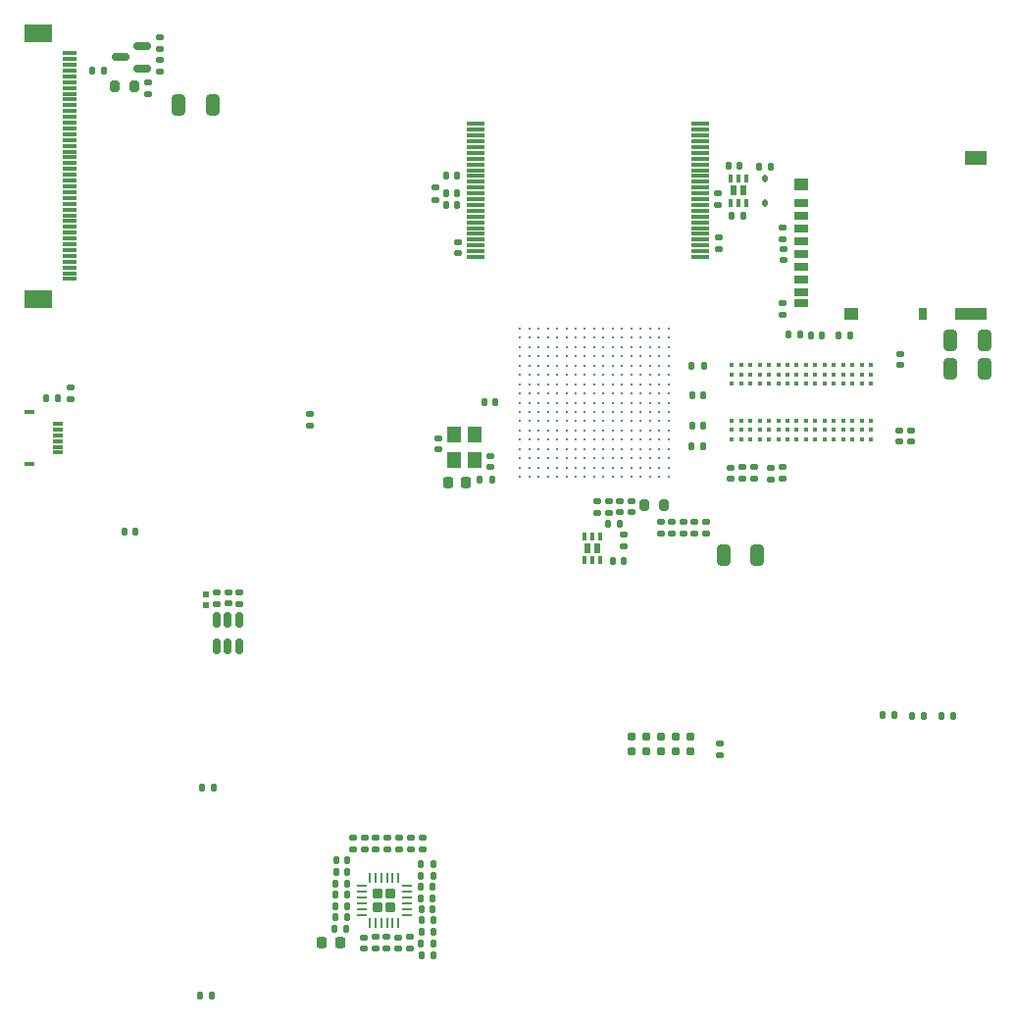
<source format=gbr>
%TF.GenerationSoftware,KiCad,Pcbnew,8.0.1*%
%TF.CreationDate,2025-05-27T09:35:13-07:00*%
%TF.ProjectId,mb,6d622e6b-6963-4616-945f-706362585858,A*%
%TF.SameCoordinates,Original*%
%TF.FileFunction,Paste,Top*%
%TF.FilePolarity,Positive*%
%FSLAX46Y46*%
G04 Gerber Fmt 4.6, Leading zero omitted, Abs format (unit mm)*
G04 Created by KiCad (PCBNEW 8.0.1) date 2025-05-27 09:35:13*
%MOMM*%
%LPD*%
G01*
G04 APERTURE LIST*
G04 Aperture macros list*
%AMRoundRect*
0 Rectangle with rounded corners*
0 $1 Rounding radius*
0 $2 $3 $4 $5 $6 $7 $8 $9 X,Y pos of 4 corners*
0 Add a 4 corners polygon primitive as box body*
4,1,4,$2,$3,$4,$5,$6,$7,$8,$9,$2,$3,0*
0 Add four circle primitives for the rounded corners*
1,1,$1+$1,$2,$3*
1,1,$1+$1,$4,$5*
1,1,$1+$1,$6,$7*
1,1,$1+$1,$8,$9*
0 Add four rect primitives between the rounded corners*
20,1,$1+$1,$2,$3,$4,$5,0*
20,1,$1+$1,$4,$5,$6,$7,0*
20,1,$1+$1,$6,$7,$8,$9,0*
20,1,$1+$1,$8,$9,$2,$3,0*%
%AMFreePoly0*
4,1,25,0.266375,0.443630,0.297109,0.420047,0.420047,0.297109,0.458455,0.230584,0.463512,0.192176,0.463512,-0.192176,0.443630,-0.266375,0.420047,-0.297109,0.297109,-0.420047,0.230584,-0.458455,0.192176,-0.463512,-0.192176,-0.463512,-0.266375,-0.443630,-0.297109,-0.420047,-0.420047,-0.297109,-0.458455,-0.230584,-0.463512,-0.192176,-0.463512,0.192176,-0.443630,0.266375,-0.420047,0.297109,
-0.297109,0.420047,-0.230584,0.458455,-0.192176,0.463512,0.192176,0.463512,0.266375,0.443630,0.266375,0.443630,$1*%
G04 Aperture macros list end*
%ADD10RoundRect,0.140000X-0.140000X-0.170000X0.140000X-0.170000X0.140000X0.170000X-0.140000X0.170000X0*%
%ADD11RoundRect,0.140000X-0.170000X0.140000X-0.170000X-0.140000X0.170000X-0.140000X0.170000X0.140000X0*%
%ADD12RoundRect,0.135000X-0.185000X0.135000X-0.185000X-0.135000X0.185000X-0.135000X0.185000X0.135000X0*%
%ADD13RoundRect,0.250000X-0.325000X-0.650000X0.325000X-0.650000X0.325000X0.650000X-0.325000X0.650000X0*%
%ADD14RoundRect,0.135000X-0.135000X-0.185000X0.135000X-0.185000X0.135000X0.185000X-0.135000X0.185000X0*%
%ADD15RoundRect,0.135000X0.135000X0.185000X-0.135000X0.185000X-0.135000X-0.185000X0.135000X-0.185000X0*%
%ADD16RoundRect,0.135000X0.185000X-0.135000X0.185000X0.135000X-0.185000X0.135000X-0.185000X-0.135000X0*%
%ADD17RoundRect,0.075000X0.712500X0.075000X-0.712500X0.075000X-0.712500X-0.075000X0.712500X-0.075000X0*%
%ADD18R,0.630000X0.820000*%
%ADD19R,0.350000X0.650000*%
%ADD20R,1.200000X1.400000*%
%ADD21RoundRect,0.200000X-0.200000X-0.275000X0.200000X-0.275000X0.200000X0.275000X-0.200000X0.275000X0*%
%ADD22RoundRect,0.150000X0.150000X-0.512500X0.150000X0.512500X-0.150000X0.512500X-0.150000X-0.512500X0*%
%ADD23RoundRect,0.140000X0.170000X-0.140000X0.170000X0.140000X-0.170000X0.140000X-0.170000X-0.140000X0*%
%ADD24RoundRect,0.140000X0.140000X0.170000X-0.140000X0.170000X-0.140000X-0.170000X0.140000X-0.170000X0*%
%ADD25RoundRect,0.150000X0.587500X0.150000X-0.587500X0.150000X-0.587500X-0.150000X0.587500X-0.150000X0*%
%ADD26RoundRect,0.218750X0.218750X0.256250X-0.218750X0.256250X-0.218750X-0.256250X0.218750X-0.256250X0*%
%ADD27R,1.200000X0.700000*%
%ADD28R,0.800000X1.000000*%
%ADD29R,1.200000X1.000000*%
%ADD30R,2.800000X1.000000*%
%ADD31R,1.900000X1.300000*%
%ADD32FreePoly0,90.000000*%
%ADD33RoundRect,0.062500X0.062500X-0.375000X0.062500X0.375000X-0.062500X0.375000X-0.062500X-0.375000X0*%
%ADD34RoundRect,0.062500X0.375000X-0.062500X0.375000X0.062500X-0.375000X0.062500X-0.375000X-0.062500X0*%
%ADD35R,0.500000X0.550000*%
%ADD36C,0.787400*%
%ADD37RoundRect,0.218750X-0.218750X-0.256250X0.218750X-0.256250X0.218750X0.256250X-0.218750X0.256250X0*%
%ADD38C,0.400000*%
%ADD39RoundRect,0.250000X0.325000X0.650000X-0.325000X0.650000X-0.325000X-0.650000X0.325000X-0.650000X0*%
%ADD40R,0.838200X0.355600*%
%ADD41R,0.838200X0.406400*%
%ADD42C,0.320002*%
%ADD43RoundRect,0.112500X0.112500X-0.187500X0.112500X0.187500X-0.112500X0.187500X-0.112500X-0.187500X0*%
%ADD44R,1.200000X0.300000*%
%ADD45R,2.400000X1.600000*%
G04 APERTURE END LIST*
D10*
%TO.C,C324*%
X94922000Y-49602800D03*
X95882000Y-49602800D03*
%TD*%
D11*
%TO.C,C303*%
X109701254Y-72476883D03*
X109701254Y-73436883D03*
%TD*%
D12*
%TO.C,R202*%
X85876600Y-81456600D03*
X85876600Y-82476600D03*
%TD*%
D13*
%TO.C,C202*%
X94470400Y-83261200D03*
X97420400Y-83261200D03*
%TD*%
D14*
%TO.C,R413*%
X68403700Y-114781600D03*
X69423700Y-114781600D03*
%TD*%
D10*
%TO.C,C317*%
X91805800Y-72069200D03*
X92765800Y-72069200D03*
%TD*%
D15*
%TO.C,R410*%
X74485350Y-76742800D03*
X73465350Y-76742800D03*
%TD*%
D12*
%TO.C,R408*%
X83575600Y-78569600D03*
X83575600Y-79589600D03*
%TD*%
D16*
%TO.C,R301*%
X96097800Y-76683868D03*
X96097800Y-75663868D03*
%TD*%
D17*
%TO.C,U302*%
X92446900Y-57520800D03*
X92446900Y-57020800D03*
X92446900Y-56520800D03*
X92446900Y-56020800D03*
X92446900Y-55520800D03*
X92446900Y-55020800D03*
X92446900Y-54520800D03*
X92446900Y-54020800D03*
X92446900Y-53520800D03*
X92446900Y-53020800D03*
X92446900Y-52520800D03*
X92446900Y-52020800D03*
X92446900Y-51520800D03*
X92446900Y-51020800D03*
X92446900Y-50520800D03*
X92446900Y-50020800D03*
X92446900Y-49520800D03*
X92446900Y-49020800D03*
X92446900Y-48520800D03*
X92446900Y-48020800D03*
X92446900Y-47520800D03*
X92446900Y-47020800D03*
X92446900Y-46520800D03*
X92446900Y-46020800D03*
X73071900Y-46020800D03*
X73071900Y-46520800D03*
X73071900Y-47020800D03*
X73071900Y-47520800D03*
X73071900Y-48020800D03*
X73071900Y-48520800D03*
X73071900Y-49020800D03*
X73071900Y-49520800D03*
X73071900Y-50020800D03*
X73071900Y-50520800D03*
X73071900Y-51020800D03*
X73071900Y-51520800D03*
X73071900Y-52020800D03*
X73071900Y-52520800D03*
X73071900Y-53020800D03*
X73071900Y-53520800D03*
X73071900Y-54020800D03*
X73071900Y-54520800D03*
X73071900Y-55020800D03*
X73071900Y-55520800D03*
X73071900Y-56020800D03*
X73071900Y-56520800D03*
X73071900Y-57020800D03*
X73071900Y-57520800D03*
%TD*%
D15*
%TO.C,R419*%
X69404300Y-109955600D03*
X68384300Y-109955600D03*
%TD*%
D11*
%TO.C,C409*%
X66405100Y-116232000D03*
X66405100Y-117192000D03*
%TD*%
%TO.C,C316*%
X95116000Y-75673868D03*
X95116000Y-76633868D03*
%TD*%
D15*
%TO.C,R205*%
X114321600Y-97106700D03*
X113301600Y-97106700D03*
%TD*%
D12*
%TO.C,R430*%
X64423900Y-116202000D03*
X64423900Y-117222000D03*
%TD*%
D15*
%TO.C,R423*%
X69423700Y-115785200D03*
X68403700Y-115785200D03*
%TD*%
D16*
%TO.C,R402*%
X45859622Y-41501800D03*
X45859622Y-40481800D03*
%TD*%
D12*
%TO.C,R411*%
X52714600Y-86441600D03*
X52714600Y-87461600D03*
%TD*%
D14*
%TO.C,R311*%
X91750400Y-73821800D03*
X92770400Y-73821800D03*
%TD*%
D16*
%TO.C,R436*%
X63500000Y-108635800D03*
X63500000Y-107615800D03*
%TD*%
D18*
%TO.C,U201*%
X83569200Y-82660200D03*
X82769200Y-82660200D03*
D19*
X83819200Y-81610200D03*
X83169200Y-81610200D03*
X82519200Y-81610200D03*
X82519200Y-83710200D03*
X83169200Y-83710200D03*
X83819200Y-83710200D03*
%TD*%
D11*
%TO.C,C212*%
X85556800Y-78599600D03*
X85556800Y-79559600D03*
%TD*%
D20*
%TO.C,Y201*%
X72959350Y-75031200D03*
X72959350Y-72831200D03*
X71259350Y-72831200D03*
X71259350Y-75031200D03*
%TD*%
D21*
%TO.C,R409*%
X87678200Y-78927200D03*
X89328200Y-78927200D03*
%TD*%
%TO.C,R401*%
X41965100Y-42797100D03*
X43615100Y-42797100D03*
%TD*%
D22*
%TO.C,U401*%
X50748600Y-91092400D03*
X51698600Y-91092400D03*
X52648600Y-91092400D03*
X52648600Y-88817400D03*
X51698600Y-88817400D03*
X50748600Y-88817400D03*
%TD*%
D15*
%TO.C,R204*%
X111756200Y-97106700D03*
X110736200Y-97106700D03*
%TD*%
D12*
%TO.C,R308*%
X99577600Y-75648600D03*
X99577600Y-76668600D03*
%TD*%
D11*
%TO.C,C323*%
X93968000Y-52030000D03*
X93968000Y-52990000D03*
%TD*%
D12*
%TO.C,R309*%
X98561600Y-75674000D03*
X98561600Y-76694000D03*
%TD*%
%TO.C,R406*%
X38135000Y-68744784D03*
X38135000Y-69764784D03*
%TD*%
D23*
%TO.C,C204*%
X89051600Y-81365600D03*
X89051600Y-80405600D03*
%TD*%
D12*
%TO.C,R306*%
X92988600Y-80350200D03*
X92988600Y-81370200D03*
%TD*%
D24*
%TO.C,C408*%
X62008300Y-110565200D03*
X61048300Y-110565200D03*
%TD*%
D11*
%TO.C,C401*%
X44796700Y-42469500D03*
X44796700Y-43429500D03*
%TD*%
D16*
%TO.C,R313*%
X99556800Y-62477800D03*
X99556800Y-61457800D03*
%TD*%
D25*
%TO.C,Q401*%
X44279500Y-41218400D03*
X44279500Y-39318400D03*
X42404500Y-40268400D03*
%TD*%
D16*
%TO.C,R435*%
X64490600Y-108635800D03*
X64490600Y-107615800D03*
%TD*%
D24*
%TO.C,C405*%
X61985500Y-109600000D03*
X61025500Y-109600000D03*
%TD*%
D11*
%TO.C,C213*%
X74356350Y-74660000D03*
X74356350Y-75620000D03*
%TD*%
D14*
%TO.C,R428*%
X61005100Y-114492000D03*
X62025100Y-114492000D03*
%TD*%
%TO.C,R433*%
X68398200Y-117754400D03*
X69418200Y-117754400D03*
%TD*%
D26*
%TO.C,D402*%
X72273650Y-77022200D03*
X70698650Y-77022200D03*
%TD*%
D16*
%TO.C,R315*%
X69584000Y-52560200D03*
X69584000Y-51540200D03*
%TD*%
D10*
%TO.C,C412*%
X42748200Y-81178400D03*
X43708200Y-81178400D03*
%TD*%
D14*
%TO.C,R426*%
X61005100Y-111596400D03*
X62025100Y-111596400D03*
%TD*%
D12*
%TO.C,R407*%
X84566200Y-78569600D03*
X84566200Y-79589600D03*
%TD*%
D14*
%TO.C,R412*%
X68384400Y-116762800D03*
X69404400Y-116762800D03*
%TD*%
D10*
%TO.C,C411*%
X49480000Y-103326200D03*
X50440000Y-103326200D03*
%TD*%
D23*
%TO.C,C207*%
X90016800Y-81365600D03*
X90016800Y-80405600D03*
%TD*%
D27*
%TO.C,J301*%
X101203200Y-52820000D03*
X101203200Y-53920000D03*
X101203200Y-55020000D03*
X101203200Y-56120000D03*
X101203200Y-57220000D03*
X101203200Y-58320000D03*
X101203200Y-59420000D03*
X101203200Y-60520000D03*
X101203200Y-61470000D03*
D28*
X111703200Y-62420000D03*
D29*
X105503200Y-62420000D03*
D30*
X115853200Y-62420000D03*
D29*
X101203200Y-51270000D03*
D31*
X116303200Y-48920000D03*
%TD*%
D10*
%TO.C,C203*%
X84914000Y-83770000D03*
X85874000Y-83770000D03*
%TD*%
D11*
%TO.C,C218*%
X69885950Y-73164000D03*
X69885950Y-74124000D03*
%TD*%
D24*
%TO.C,C210*%
X74810000Y-70062600D03*
X73850000Y-70062600D03*
%TD*%
D11*
%TO.C,C406*%
X63407900Y-116232000D03*
X63407900Y-117192000D03*
%TD*%
D10*
%TO.C,C315*%
X102052100Y-64266668D03*
X103012100Y-64266668D03*
%TD*%
D16*
%TO.C,R421*%
X67389700Y-117209600D03*
X67389700Y-116189600D03*
%TD*%
D32*
%TO.C,U402*%
X64609800Y-113635600D03*
X65749800Y-113635600D03*
X64609800Y-112495600D03*
X65749800Y-112495600D03*
D33*
X63929800Y-115003100D03*
X64429800Y-115003100D03*
X64929800Y-115003100D03*
X65429800Y-115003100D03*
X65929800Y-115003100D03*
X66429800Y-115003100D03*
D34*
X67117300Y-114315600D03*
X67117300Y-113815600D03*
X67117300Y-113315600D03*
X67117300Y-112815600D03*
X67117300Y-112315600D03*
X67117300Y-111815600D03*
D33*
X66429800Y-111128100D03*
X65929800Y-111128100D03*
X65429800Y-111128100D03*
X64929800Y-111128100D03*
X64429800Y-111128100D03*
X63929800Y-111128100D03*
D34*
X63242300Y-111815600D03*
X63242300Y-112315600D03*
X63242300Y-112815600D03*
X63242300Y-113315600D03*
X63242300Y-113815600D03*
X63242300Y-114315600D03*
%TD*%
D12*
%TO.C,R432*%
X94142000Y-99475800D03*
X94142000Y-100495800D03*
%TD*%
D23*
%TO.C,C304*%
X109726654Y-66832883D03*
X109726654Y-65872883D03*
%TD*%
D12*
%TO.C,R317*%
X94107000Y-55825200D03*
X94107000Y-56845200D03*
%TD*%
D24*
%TO.C,C321*%
X71511800Y-50526200D03*
X70551800Y-50526200D03*
%TD*%
D35*
%TO.C,D401*%
X49768200Y-87566500D03*
X49768200Y-86616500D03*
%TD*%
D12*
%TO.C,R405*%
X58737542Y-71023800D03*
X58737542Y-72043800D03*
%TD*%
D14*
%TO.C,R431*%
X61005100Y-113526800D03*
X62025100Y-113526800D03*
%TD*%
D16*
%TO.C,R434*%
X62509400Y-108635800D03*
X62509400Y-107615800D03*
%TD*%
D12*
%TO.C,R417*%
X50733400Y-86438800D03*
X50733400Y-87458800D03*
%TD*%
D10*
%TO.C,C403*%
X40017200Y-41436800D03*
X40977200Y-41436800D03*
%TD*%
D23*
%TO.C,C407*%
X51724000Y-87412300D03*
X51724000Y-86452300D03*
%TD*%
D36*
%TO.C,J404*%
X86572800Y-100170900D03*
X87842800Y-100170900D03*
X89112800Y-100170900D03*
X90382800Y-100170900D03*
X91652800Y-100170900D03*
X91652800Y-98900900D03*
X90382800Y-98900900D03*
X89112800Y-98900900D03*
X87842800Y-98900900D03*
X86572800Y-98900900D03*
%TD*%
D15*
%TO.C,R420*%
X69404300Y-110920800D03*
X68384300Y-110920800D03*
%TD*%
D24*
%TO.C,C319*%
X71511800Y-53040800D03*
X70551800Y-53040800D03*
%TD*%
%TO.C,C320*%
X71511800Y-52050200D03*
X70551800Y-52050200D03*
%TD*%
D15*
%TO.C,R303*%
X105457700Y-64266668D03*
X104437700Y-64266668D03*
%TD*%
D37*
%TO.C,L401*%
X59826400Y-116712000D03*
X61401400Y-116712000D03*
%TD*%
D16*
%TO.C,R415*%
X66471800Y-108659200D03*
X66471800Y-107639200D03*
%TD*%
D38*
%TO.C,U301*%
X107206846Y-66838883D03*
X107206846Y-67638883D03*
X107206846Y-68438883D03*
X107206846Y-71638883D03*
X107206846Y-72438883D03*
X107206846Y-73238883D03*
X106406846Y-66838883D03*
X106406846Y-67638883D03*
X106406846Y-68438883D03*
X106406846Y-71638883D03*
X106406846Y-72438883D03*
X106406846Y-73238883D03*
X105606846Y-66838883D03*
X105606846Y-67638883D03*
X105606846Y-68438883D03*
X105606846Y-71638883D03*
X105606846Y-72438883D03*
X105606846Y-73238883D03*
X104806846Y-66838883D03*
X104806846Y-67638883D03*
X104806846Y-68438883D03*
X104806846Y-71638883D03*
X104806846Y-72438883D03*
X104806846Y-73238883D03*
X104006846Y-66838883D03*
X104006846Y-67638883D03*
X104006846Y-68438883D03*
X104006846Y-71638883D03*
X104006846Y-72438883D03*
X104006846Y-73238883D03*
X103206846Y-66838883D03*
X103206846Y-67638883D03*
X103206846Y-68438883D03*
X103206846Y-71638883D03*
X103206846Y-72438883D03*
X103206846Y-73238883D03*
X102406846Y-66838883D03*
X102406846Y-67638883D03*
X102406846Y-68438883D03*
X102406846Y-71638883D03*
X102406846Y-72438883D03*
X102406846Y-73238883D03*
X101606846Y-66838883D03*
X101606846Y-67638883D03*
X101606846Y-68438883D03*
X101606846Y-71638883D03*
X101606846Y-72438883D03*
X101606846Y-73238883D03*
X100806846Y-66838883D03*
X100806846Y-67638883D03*
X100806846Y-68438883D03*
X100806846Y-71638883D03*
X100806846Y-72438883D03*
X100806846Y-73238883D03*
X100006846Y-66838883D03*
X100006846Y-67638883D03*
X100006846Y-68438883D03*
X100006846Y-71638883D03*
X100006846Y-72438883D03*
X100006846Y-73238883D03*
X99206846Y-66838883D03*
X99206846Y-67638883D03*
X99206846Y-68438883D03*
X99206846Y-71638883D03*
X99206846Y-72438883D03*
X99206846Y-73238883D03*
X98406846Y-66838883D03*
X98406846Y-67638883D03*
X98406846Y-68438883D03*
X98406846Y-71638883D03*
X98406846Y-72438883D03*
X98406846Y-73238883D03*
X97606846Y-66838883D03*
X97606846Y-67638883D03*
X97606846Y-68438883D03*
X97606846Y-71638883D03*
X97606846Y-72438883D03*
X97606846Y-73238883D03*
X96806846Y-66838883D03*
X96806846Y-67638883D03*
X96806846Y-68438883D03*
X96806846Y-71638883D03*
X96806846Y-72438883D03*
X96806846Y-73238883D03*
X96006846Y-66838883D03*
X96006846Y-67638883D03*
X96006846Y-68438883D03*
X96006846Y-71638883D03*
X96006846Y-72438883D03*
X96006846Y-73238883D03*
X95206846Y-66838883D03*
X95206846Y-67638883D03*
X95206846Y-68438883D03*
X95206846Y-71638883D03*
X95206846Y-72438883D03*
X95206846Y-73238883D03*
%TD*%
D12*
%TO.C,R302*%
X97122600Y-75663868D03*
X97122600Y-76683868D03*
%TD*%
D39*
%TO.C,C201*%
X116994200Y-67159354D03*
X114044200Y-67159354D03*
%TD*%
D14*
%TO.C,R404*%
X36007377Y-69686584D03*
X37027377Y-69686584D03*
%TD*%
D16*
%TO.C,R416*%
X67487800Y-108659200D03*
X67487800Y-107639200D03*
%TD*%
D23*
%TO.C,C322*%
X71561400Y-57182200D03*
X71561400Y-56222200D03*
%TD*%
D24*
%TO.C,C410*%
X50289182Y-121305200D03*
X49329182Y-121305200D03*
%TD*%
D15*
%TO.C,R304*%
X101139700Y-64220600D03*
X100119700Y-64220600D03*
%TD*%
%TO.C,R310*%
X92772400Y-66887600D03*
X91752400Y-66887600D03*
%TD*%
D39*
%TO.C,C402*%
X50405000Y-44383200D03*
X47455000Y-44383200D03*
%TD*%
D40*
%TO.C,J401*%
X37044078Y-71902085D03*
X37044078Y-72402084D03*
X37044078Y-72902085D03*
X37044078Y-73402085D03*
X37044078Y-73902086D03*
X37044078Y-74402085D03*
D41*
X34544078Y-70902084D03*
X34544078Y-75402086D03*
%TD*%
D11*
%TO.C,C224*%
X86522000Y-78599600D03*
X86522000Y-79559600D03*
%TD*%
D42*
%TO.C,U202*%
X76923554Y-63690615D03*
X77723554Y-63690615D03*
X78523554Y-63690615D03*
X79323554Y-63690615D03*
X80123554Y-63690615D03*
X80923554Y-63690615D03*
X81723554Y-63690615D03*
X82523554Y-63690615D03*
X83323554Y-63690615D03*
X84123554Y-63690615D03*
X84923554Y-63690615D03*
X85723554Y-63690615D03*
X86523554Y-63690615D03*
X87323554Y-63690615D03*
X88123554Y-63690615D03*
X88923554Y-63690615D03*
X89723554Y-63690615D03*
X76923554Y-64490615D03*
X77723554Y-64490615D03*
X78523554Y-64490615D03*
X79323554Y-64490615D03*
X80123554Y-64490615D03*
X80923554Y-64490615D03*
X81723554Y-64490615D03*
X82523554Y-64490615D03*
X83323554Y-64490615D03*
X84123554Y-64490615D03*
X84923554Y-64490615D03*
X85723554Y-64490615D03*
X86523554Y-64490615D03*
X87323554Y-64490615D03*
X88123554Y-64490615D03*
X88923554Y-64490615D03*
X89723554Y-64490615D03*
X76923554Y-65290615D03*
X77723554Y-65290615D03*
X78523554Y-65290615D03*
X79323554Y-65290615D03*
X80123554Y-65290615D03*
X80923554Y-65290615D03*
X81723554Y-65290615D03*
X82523554Y-65290615D03*
X83323554Y-65290615D03*
X84123554Y-65290615D03*
X84923554Y-65290615D03*
X85723554Y-65290615D03*
X86523554Y-65290615D03*
X87323554Y-65290615D03*
X88123554Y-65290615D03*
X88923554Y-65290615D03*
X89723554Y-65290615D03*
X76923554Y-66090615D03*
X77723554Y-66090615D03*
X78523554Y-66090615D03*
X79323554Y-66090615D03*
X80123554Y-66090615D03*
X80923554Y-66090615D03*
X81723554Y-66090615D03*
X82523554Y-66090615D03*
X83323554Y-66090615D03*
X84123554Y-66090615D03*
X84923554Y-66090615D03*
X85723554Y-66090615D03*
X86523554Y-66090615D03*
X87323554Y-66090615D03*
X88123554Y-66090615D03*
X88923554Y-66090615D03*
X89723554Y-66090615D03*
X76923554Y-66890615D03*
X77723554Y-66890615D03*
X78523554Y-66890615D03*
X79323554Y-66890615D03*
X80123554Y-66890615D03*
X80923554Y-66890615D03*
X81723554Y-66890615D03*
X82523554Y-66890615D03*
X83323554Y-66890615D03*
X84123554Y-66890615D03*
X84923554Y-66890615D03*
X85723554Y-66890615D03*
X86523554Y-66890615D03*
X87323554Y-66890615D03*
X88123554Y-66890615D03*
X88923554Y-66890615D03*
X89723554Y-66890615D03*
X76923554Y-67690615D03*
X77723554Y-67690615D03*
X78523554Y-67690615D03*
X79323554Y-67690615D03*
X80123554Y-67690615D03*
X80923554Y-67690615D03*
X81723554Y-67690615D03*
X82523554Y-67690615D03*
X83323554Y-67690615D03*
X84123554Y-67690615D03*
X84923554Y-67690615D03*
X85723554Y-67690615D03*
X86523554Y-67690615D03*
X87323554Y-67690615D03*
X88123554Y-67690615D03*
X88923554Y-67690615D03*
X89723554Y-67690615D03*
X76923554Y-68490615D03*
X77723554Y-68490615D03*
X78523554Y-68490615D03*
X79323554Y-68490615D03*
X80123554Y-68490615D03*
X80923554Y-68490615D03*
X81723554Y-68490615D03*
X82523554Y-68490615D03*
X83323554Y-68490615D03*
X84123554Y-68490615D03*
X84923554Y-68490615D03*
X85723554Y-68490615D03*
X86523554Y-68490615D03*
X87323554Y-68490615D03*
X88123554Y-68490615D03*
X88923554Y-68490615D03*
X89723554Y-68490615D03*
X76923554Y-69290615D03*
X77723554Y-69290615D03*
X78523554Y-69290615D03*
X79323554Y-69290615D03*
X80123554Y-69290615D03*
X80923554Y-69290615D03*
X81723554Y-69290615D03*
X82523554Y-69290615D03*
X83323554Y-69290615D03*
X84123554Y-69290615D03*
X84923554Y-69290615D03*
X85723554Y-69290615D03*
X86523554Y-69290615D03*
X87323554Y-69290615D03*
X88123554Y-69290615D03*
X88923554Y-69290615D03*
X89723554Y-69290615D03*
X76923554Y-70090615D03*
X77723554Y-70090615D03*
X78523554Y-70090615D03*
X79323554Y-70090615D03*
X80123554Y-70090615D03*
X80923554Y-70090615D03*
X81723554Y-70090615D03*
X82523554Y-70090615D03*
X83323554Y-70090615D03*
X84123554Y-70090615D03*
X84923554Y-70090615D03*
X85723554Y-70090615D03*
X86523554Y-70090615D03*
X87323554Y-70090615D03*
X88123554Y-70090615D03*
X88923554Y-70090615D03*
X89723554Y-70090615D03*
X76923554Y-70890615D03*
X77723554Y-70890615D03*
X78523554Y-70890615D03*
X79323554Y-70890615D03*
X80123554Y-70890615D03*
X80923554Y-70890615D03*
X81723554Y-70890615D03*
X82523554Y-70890615D03*
X83323554Y-70890615D03*
X84123554Y-70890615D03*
X84923554Y-70890615D03*
X85723554Y-70890615D03*
X86523554Y-70890615D03*
X87323554Y-70890615D03*
X88123554Y-70890615D03*
X88923554Y-70890615D03*
X89723554Y-70890615D03*
X76923554Y-71690615D03*
X77723554Y-71690615D03*
X78523554Y-71690615D03*
X79323554Y-71690615D03*
X80123554Y-71690615D03*
X80923554Y-71690615D03*
X81723554Y-71690615D03*
X82523554Y-71690615D03*
X83323554Y-71690615D03*
X84123554Y-71690615D03*
X84923554Y-71690615D03*
X85723554Y-71690615D03*
X86523554Y-71690615D03*
X87323554Y-71690615D03*
X88123554Y-71690615D03*
X88923554Y-71690615D03*
X89723554Y-71690615D03*
X76923554Y-72490615D03*
X77723554Y-72490615D03*
X78523554Y-72490615D03*
X79323554Y-72490615D03*
X80123554Y-72490615D03*
X80923554Y-72490615D03*
X81723554Y-72490615D03*
X82523554Y-72490615D03*
X83323554Y-72490615D03*
X84123554Y-72490615D03*
X84923554Y-72490615D03*
X85723554Y-72490615D03*
X86523554Y-72490615D03*
X87323554Y-72490615D03*
X88123554Y-72490615D03*
X88923554Y-72490615D03*
X89723554Y-72490615D03*
X76923554Y-73290615D03*
X77723554Y-73290615D03*
X78523554Y-73290615D03*
X79323554Y-73290615D03*
X80123554Y-73290615D03*
X80923554Y-73290615D03*
X81723554Y-73290615D03*
X82523554Y-73290615D03*
X83323554Y-73290615D03*
X84123554Y-73290615D03*
X84923554Y-73290615D03*
X85723554Y-73290615D03*
X86523554Y-73290615D03*
X87323554Y-73290615D03*
X88123554Y-73290615D03*
X88923554Y-73290615D03*
X89723554Y-73290615D03*
X76923554Y-74090615D03*
X77723554Y-74090615D03*
X78523554Y-74090615D03*
X79323554Y-74090615D03*
X80123554Y-74090615D03*
X80923554Y-74090615D03*
X81723554Y-74090615D03*
X82523554Y-74090615D03*
X83323554Y-74090615D03*
X84123554Y-74090615D03*
X84923554Y-74090615D03*
X85723554Y-74090615D03*
X86523554Y-74090615D03*
X87323554Y-74090615D03*
X88123554Y-74090615D03*
X88923554Y-74090615D03*
X89723554Y-74090615D03*
X76923554Y-74890615D03*
X77723554Y-74890615D03*
X78523554Y-74890615D03*
X79323554Y-74890615D03*
X80123554Y-74890615D03*
X80923554Y-74890615D03*
X81723554Y-74890615D03*
X82523554Y-74890615D03*
X83323554Y-74890615D03*
X84123554Y-74890615D03*
X84923554Y-74890615D03*
X85723554Y-74890615D03*
X86523554Y-74890615D03*
X87323554Y-74890615D03*
X88123554Y-74890615D03*
X88923554Y-74890615D03*
X89723554Y-74890615D03*
X76923554Y-75690615D03*
X77723554Y-75690615D03*
X78523554Y-75690615D03*
X79323554Y-75690615D03*
X80123554Y-75690615D03*
X80923554Y-75690615D03*
X81723554Y-75690615D03*
X82523554Y-75690615D03*
X83323554Y-75690615D03*
X84123554Y-75690615D03*
X84923554Y-75690615D03*
X85723554Y-75690615D03*
X86523554Y-75690615D03*
X87323554Y-75690615D03*
X88123554Y-75690615D03*
X88923554Y-75690615D03*
X89723554Y-75690615D03*
X76923554Y-76490615D03*
X77723554Y-76490615D03*
X78523554Y-76490615D03*
X79323554Y-76490615D03*
X80123554Y-76490615D03*
X80923554Y-76490615D03*
X81723554Y-76490615D03*
X82523554Y-76490615D03*
X83323554Y-76490615D03*
X84123554Y-76490615D03*
X84923554Y-76490615D03*
X85723554Y-76490615D03*
X86523554Y-76490615D03*
X87323554Y-76490615D03*
X88123554Y-76490615D03*
X88923554Y-76490615D03*
X89723554Y-76490615D03*
%TD*%
D12*
%TO.C,R403*%
X45859622Y-38551400D03*
X45859622Y-39571400D03*
%TD*%
%TO.C,R429*%
X65389100Y-116202000D03*
X65389100Y-117222000D03*
%TD*%
%TO.C,R418*%
X68503800Y-107639200D03*
X68503800Y-108659200D03*
%TD*%
D10*
%TO.C,C215*%
X91770200Y-69469000D03*
X92730200Y-69469000D03*
%TD*%
D14*
%TO.C,R314*%
X95183400Y-53995000D03*
X96203400Y-53995000D03*
%TD*%
D18*
%TO.C,U303*%
X95362400Y-51789800D03*
X96162400Y-51789800D03*
D19*
X95112400Y-52839800D03*
X95762400Y-52839800D03*
X96412400Y-52839800D03*
X96412400Y-50739800D03*
X95762400Y-50739800D03*
X95112400Y-50739800D03*
%TD*%
D11*
%TO.C,C318*%
X99644200Y-56847800D03*
X99644200Y-57807800D03*
%TD*%
D14*
%TO.C,R425*%
X61005100Y-112561600D03*
X62025100Y-112561600D03*
%TD*%
D12*
%TO.C,R201*%
X91007400Y-80350200D03*
X91007400Y-81370200D03*
%TD*%
D10*
%TO.C,C404*%
X68414300Y-113816400D03*
X69374300Y-113816400D03*
%TD*%
D16*
%TO.C,R305*%
X91998000Y-81370200D03*
X91998000Y-80350200D03*
%TD*%
%TO.C,R422*%
X65506600Y-108659200D03*
X65506600Y-107639200D03*
%TD*%
D43*
%TO.C,D301*%
X98029400Y-52846200D03*
X98029400Y-50746200D03*
%TD*%
D15*
%TO.C,R203*%
X109241600Y-97081300D03*
X108221600Y-97081300D03*
%TD*%
D44*
%TO.C,J402*%
X38009278Y-39916086D03*
X38009278Y-40416084D03*
X38009278Y-40916086D03*
X38009278Y-41416085D03*
X38009278Y-41916084D03*
X38009278Y-42416086D03*
X38009278Y-42916085D03*
X38009278Y-43416086D03*
X38009278Y-43916085D03*
X38009278Y-44416084D03*
X38009278Y-44916086D03*
X38009278Y-45416085D03*
X38009278Y-45916086D03*
X38009278Y-46416085D03*
X38009278Y-46916084D03*
X38009278Y-47416086D03*
X38009278Y-47916085D03*
X38009278Y-48416086D03*
X38009278Y-48916085D03*
X38009278Y-49416084D03*
X38009278Y-49916086D03*
X38009278Y-50416085D03*
X38009278Y-50916086D03*
X38009278Y-51416085D03*
X38009278Y-51916084D03*
X38009278Y-52416086D03*
X38009278Y-52916085D03*
X38009278Y-53416086D03*
X38009278Y-53916085D03*
X38009278Y-54416084D03*
X38009278Y-54916086D03*
X38009278Y-55416085D03*
X38009278Y-55916087D03*
X38009278Y-56416086D03*
X38009278Y-56916085D03*
X38009278Y-57416086D03*
X38009278Y-57916085D03*
X38009278Y-58416084D03*
X38009278Y-58916086D03*
X38009278Y-59416085D03*
D45*
X35309685Y-38216085D03*
X35309685Y-61116047D03*
%TD*%
D15*
%TO.C,R437*%
X85551200Y-80518000D03*
X84531200Y-80518000D03*
%TD*%
%TO.C,R312*%
X98542000Y-49688000D03*
X97522000Y-49688000D03*
%TD*%
%TO.C,R427*%
X61936700Y-115492800D03*
X60916700Y-115492800D03*
%TD*%
D39*
%TO.C,C233*%
X116994200Y-64744600D03*
X114044200Y-64744600D03*
%TD*%
D14*
%TO.C,R414*%
X68371100Y-111901200D03*
X69391100Y-111901200D03*
%TD*%
D11*
%TO.C,C301*%
X110691854Y-72476883D03*
X110691854Y-73436883D03*
%TD*%
D16*
%TO.C,R316*%
X99618800Y-55983600D03*
X99618800Y-54963600D03*
%TD*%
D14*
%TO.C,R424*%
X68371100Y-112866400D03*
X69391100Y-112866400D03*
%TD*%
M02*

</source>
